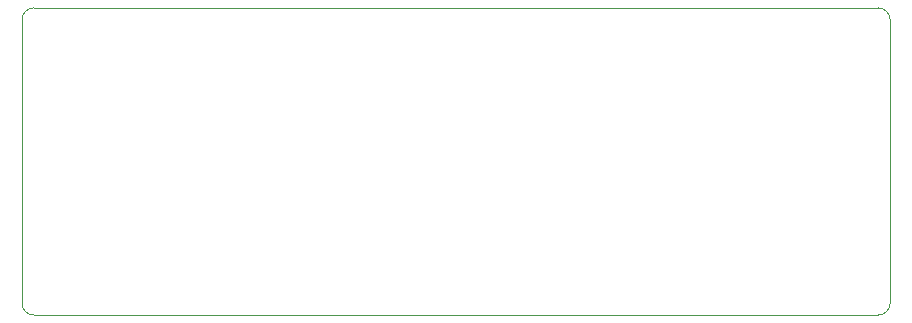
<source format=gbr>
%TF.GenerationSoftware,KiCad,Pcbnew,5.1.10*%
%TF.CreationDate,2021-07-15T07:28:38-04:00*%
%TF.ProjectId,timed_off,74696d65-645f-46f6-9666-2e6b69636164,rev?*%
%TF.SameCoordinates,PX4d3f640PY43b5fc0*%
%TF.FileFunction,Profile,NP*%
%FSLAX46Y46*%
G04 Gerber Fmt 4.6, Leading zero omitted, Abs format (unit mm)*
G04 Created by KiCad (PCBNEW 5.1.10) date 2021-07-15 07:28:38*
%MOMM*%
%LPD*%
G01*
G04 APERTURE LIST*
%TA.AperFunction,Profile*%
%ADD10C,0.050000*%
%TD*%
G04 APERTURE END LIST*
D10*
X73500000Y-1500000D02*
G75*
G02*
X74500000Y-2500000I0J-1000000D01*
G01*
X74500000Y-26500000D02*
G75*
G02*
X73500000Y-27500000I-1000000J0D01*
G01*
X2000000Y-27500000D02*
G75*
G02*
X1000000Y-26500000I0J1000000D01*
G01*
X1000000Y-2500000D02*
G75*
G02*
X2000000Y-1500000I1000000J0D01*
G01*
X73500000Y-1500000D02*
X2000000Y-1500000D01*
X74500000Y-26500000D02*
X74500000Y-2500000D01*
X2000000Y-27500000D02*
X73500000Y-27500000D01*
X1000000Y-2500000D02*
X1000000Y-26500000D01*
M02*

</source>
